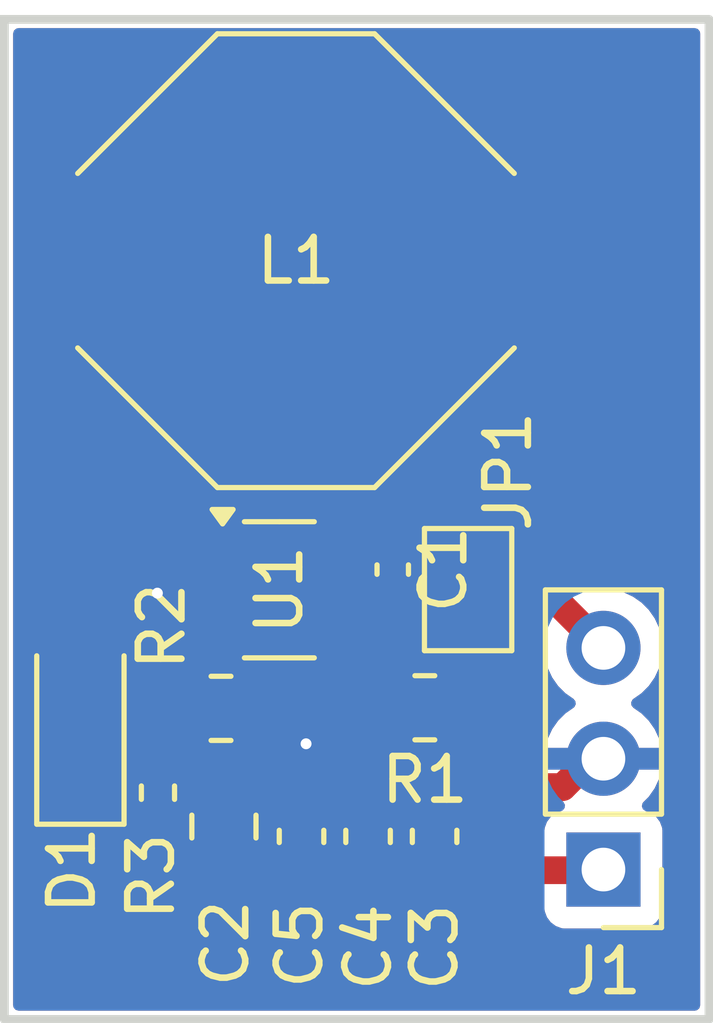
<source format=kicad_pcb>
(kicad_pcb (version 20240108) (generator "pcbnew") (generator_version "8.0")
  (layers (0 "F.Cu" signal) (31 "B.Cu" signal) (34 "B.Paste" user) (35 "F.Paste" user) (36 "B.SilkS" user "B.Silkscreen") (37 "F.SilkS" user "F.Silkscreen") (38 "B.Mask" user) (39 "F.Mask" user) (44 "Edge.Cuts" user))
  (net 0 "")
  (net 1 "+3.3V")
  (net 2 "Net-(U1-FB)")
  (net 3 "+13V")
  (net 4 "Net-(D1-A)")
  (net 5 "GND")
  (net 6 "Net-(U1-EN)")
  (net 7 "Net-(JP1-A)")
  (footprint "Inductor_SMD:L_Bourns-SRU1028_10.0x10.0mm" (layer "F.Cu") (at 89.59 31.75 180)
    (property "Reference" "L1" (at 0 0 0) (layer "F.SilkS"))
    (property "Value" "15uH")
    (fp_line (start 1.8 5.2) (end 5 2) (stroke (width 0.12)) (layer "F.SilkS"))
    (fp_line (start 1.8 5.2) (end -1.8 5.2) (stroke (width 0.12)) (layer "F.SilkS"))
    (fp_line (start 1.8 -5.2) (end 5 -2) (stroke (width 0.12)) (layer "F.SilkS"))
    (fp_line (start -1.8 5.2) (end -5 2) (stroke (width 0.12)) (layer "F.SilkS"))
    (fp_line (start -1.8 -5.2) (end 1.8 -5.2) (stroke (width 0.12)) (layer "F.SilkS"))
    (fp_line (start -1.8 -5.2) (end -5 -2) (stroke (width 0.12)) (layer "F.SilkS"))
    (pad "1" smd rect (at -4.5 0 180) (size 1.8 3.6) (layers "F.Cu" "F.Paste" "F.Mask") (net 1 "+3.3V"))
    (pad "2" smd rect (at 4.5 0 180) (size 1.8 3.6) (layers "F.Cu" "F.Paste" "F.Mask") (net 4 "Net-(D1-A)"))
  )
  (footprint "Jumper:SolderJumper-2_P1.3mm_Open_TrianglePad1.0x1.5mm" (layer "F.Cu") (at 93.532717 39.288898 90)
    (property "Reference" "JP1" (at 2.70996 0.913693 90) (layer "F.SilkS"))
    (property "Value" "EN")
    (fp_line (start 1.4 -1) (end 1.4 1) (stroke (width 0.12)) (layer "F.SilkS"))
    (fp_line (start -1.4 -1) (end 1.4 -1) (stroke (width 0.12)) (layer "F.SilkS"))
    (fp_line (start 1.4 1) (end -1.4 1) (stroke (width 0.12)) (layer "F.SilkS"))
    (fp_line (start -1.4 1) (end -1.4 -1) (stroke (width 0.12)) (layer "F.SilkS"))
    (pad "1" smd custom (at -0.725 0 90) (size 0.3 0.3) (layers "F.Cu" "F.Mask") (net 7 "Net-(JP1-A)") (options (clearance outline) (anchor rect)) (primitives (gr_poly (pts (xy 1 0) (xy 0.5 0.75) (xy -0.5 0.75) (xy -0.5 -0.75) (xy 0.5 -0.75)) (width 0) (fill yes))))
    (pad "2" smd custom (at 0.725 0 90) (size 0.3 0.3) (layers "F.Cu" "F.Mask") (net 1 "+3.3V") (options (clearance outline) (anchor rect)) (primitives (gr_poly (pts (xy 0.5 0.75) (xy -0.65 0.75) (xy -0.15 0) (xy -0.65 -0.75) (xy 0.5 -0.75)) (width 0) (fill yes))))
  )
  (footprint "Capacitor_SMD:C_0603_1608Metric" (layer "F.Cu") (at 92.765 44.945 90)
    (property "Reference" "C3" (at -2.54 0 90) (layer "F.SilkS"))
    (property "Value" "4.7uF")
    (fp_line (start -0.14058 -0.51) (end 0.14058 -0.51) (stroke (width 0.12)) (layer "F.SilkS"))
    (fp_line (start -0.14058 0.51) (end 0.14058 0.51) (stroke (width 0.12)) (layer "F.SilkS"))
    (pad "1" smd roundrect (at -0.775 0 90) (size 0.9 0.95) (layers "F.Cu" "F.Paste" "F.Mask") (net 3 "+13V"))
    (pad "2" smd roundrect (at 0.775 0 90) (size 0.9 0.95) (layers "F.Cu" "F.Paste" "F.Mask") (net 5 "GND"))
  )
  (footprint "Diode_SMD:D_SOD-123F" (layer "F.Cu") (at 84.651729 42.456091 90)
    (property "Reference" "D1" (at -3.263909 -0.196729 90) (layer "F.SilkS"))
    (property "Value" "D_Schottky")
    (fp_line (start -2.21 -1) (end 1.65 -1) (stroke (width 0.12)) (layer "F.SilkS"))
    (fp_line (start -2.21 -1) (end -2.21 1) (stroke (width 0.12)) (layer "F.SilkS"))
    (fp_line (start -2.21 1) (end 1.65 1) (stroke (width 0.12)) (layer "F.SilkS"))
    (pad "1" smd roundrect (at -1.4 0 90) (size 1.1 1.1) (layers "F.Cu" "F.Paste" "F.Mask") (roundrect_rratio 0.2272727273) (net 3 "+13V"))
    (pad "2" smd roundrect (at 1.4 0 90) (size 1.1 1.1) (layers "F.Cu" "F.Paste" "F.Mask") (roundrect_rratio 0.2272727273) (net 4 "Net-(D1-A)"))
  )
  (footprint "Connector_PinHeader_2.54mm:PinHeader_1x03_P2.54mm_Vertical" (layer "F.Cu") (at 96.632496 45.705 180)
    (property "Reference" "J1" (at 0 -2.33 180) (layer "F.SilkS"))
    (property "Value" "Conn_01x03_Pin" (hide yes))
    (fp_line (start 1.33 1.27) (end 1.33 6.41) (stroke (width 0.12)) (layer "F.SilkS"))
    (fp_line (start -1.33 6.41) (end 1.33 6.41) (stroke (width 0.12)) (layer "F.SilkS"))
    (fp_line (start -1.33 1.27) (end 1.33 1.27) (stroke (width 0.12)) (layer "F.SilkS"))
    (fp_line (start -1.33 1.27) (end -1.33 6.41) (stroke (width 0.12)) (layer "F.SilkS"))
    (fp_line (start -1.33 0) (end -1.33 -1.33) (stroke (width 0.12)) (layer "F.SilkS"))
    (fp_line (start -1.33 -1.33) (end 0 -1.33) (stroke (width 0.12)) (layer "F.SilkS"))
    (pad "1" thru_hole rect (at 0 0 180) (size 1.7 1.7) (drill 1) (layers "*.Cu" "*.Mask") (net 3 "+13V"))
    (pad "2" thru_hole oval (at 0 2.54 180) (size 1.7 1.7) (drill 1) (layers "*.Cu" "*.Mask") (net 5 "GND"))
    (pad "3" thru_hole oval (at 0 5.08 180) (size 1.7 1.7) (drill 1) (layers "*.Cu" "*.Mask") (net 1 "+3.3V"))
  )
  (footprint "Resistor_SMD:R_0402_1005Metric" (layer "F.Cu") (at 86.428053 43.942356 -90)
    (property "Reference" "R3" (at 1.921837 0.159214 90) (layer "F.SilkS"))
    (property "Value" "102k")
    (fp_line (start -0.153641 0.38) (end 0.153641 0.38) (stroke (width 0.12)) (layer "F.SilkS"))
    (fp_line (start -0.153641 -0.38) (end 0.153641 -0.38) (stroke (width 0.12)) (layer "F.SilkS"))
    (pad "1" smd roundrect (at -0.51 0 270) (size 0.54 0.64) (layers "F.Cu" "F.Paste" "F.Mask") (net 2 "Net-(U1-FB)"))
    (pad "2" smd roundrect (at 0.51 0 270) (size 0.54 0.64) (layers "F.Cu" "F.Paste" "F.Mask") (net 3 "+13V"))
  )
  (footprint "Package_TO_SOT_SMD:SOT-23-5" (layer "F.Cu") (at 89.208728 39.292778)
    (property "Reference" "U1" (at 0 0 90) (layer "F.SilkS"))
    (property "Value" "LM2735XMF")
    (fp_line (start 0 -1.56) (end -0.8 -1.56) (stroke (width 0.12)) (layer "F.SilkS"))
    (fp_line (start 0 -1.56) (end 0.8 -1.56) (stroke (width 0.12)) (layer "F.SilkS"))
    (fp_line (start 0 1.56) (end -0.8 1.56) (stroke (width 0.12)) (layer "F.SilkS"))
    (fp_line (start 0 1.56) (end 0.8 1.56) (stroke (width 0.12)) (layer "F.SilkS"))
    (fp_poly (pts (xy -1.3 -1.51) (xy -1.54 -1.84) (xy -1.06 -1.84) (xy -1.3 -1.51)) (stroke (width 0.12)) (fill solid) (layer "F.SilkS"))
    (pad "1" smd roundrect (at -1.1375 -0.95) (size 1.325 0.6) (layers "F.Cu" "F.Paste" "F.Mask") (net 4 "Net-(D1-A)"))
    (pad "2" smd roundrect (at -1.1375 0) (size 1.325 0.6) (layers "F.Cu" "F.Paste" "F.Mask") (net 5 "GND"))
    (pad "3" smd roundrect (at -1.1375 0.95) (size 1.325 0.6) (layers "F.Cu" "F.Paste" "F.Mask") (net 2 "Net-(U1-FB)"))
    (pad "4" smd roundrect (at 1.1375 0.95) (size 1.325 0.6) (layers "F.Cu" "F.Paste" "F.Mask") (net 6 "Net-(U1-EN)"))
    (pad "5" smd roundrect (at 1.1375 -0.95) (size 1.325 0.6) (layers "F.Cu" "F.Paste" "F.Mask") (net 1 "+3.3V"))
  )
  (footprint "Capacitor_SMD:C_0603_1608Metric" (layer "F.Cu") (at 89.717 44.945 90)
    (property "Reference" "C5" (at -2.493 -0.048 90) (layer "F.SilkS"))
    (property "Value" "4.7uF")
    (fp_line (start -0.14058 -0.51) (end 0.14058 -0.51) (stroke (width 0.12)) (layer "F.SilkS"))
    (fp_line (start -0.14058 0.51) (end 0.14058 0.51) (stroke (width 0.12)) (layer "F.SilkS"))
    (pad "1" smd roundrect (at -0.775 0 90) (size 0.9 0.95) (layers "F.Cu" "F.Paste" "F.Mask") (net 3 "+13V"))
    (pad "2" smd roundrect (at 0.775 0 90) (size 0.9 0.95) (layers "F.Cu" "F.Paste" "F.Mask") (net 5 "GND"))
  )
  (footprint "Capacitor_SMD:C_0402_1005Metric" (layer "F.Cu") (at 91.806359 38.829919 -90)
    (property "Reference" "C1" (at 0 -1.16 90) (layer "F.SilkS"))
    (property "Value" "10uF")
    (fp_line (start -0.107836 0.36) (end 0.107836 0.36) (stroke (width 0.12)) (layer "F.SilkS"))
    (fp_line (start -0.107836 -0.36) (end 0.107836 -0.36) (stroke (width 0.12)) (layer "F.SilkS"))
    (pad "1" smd roundrect (at -0.48 0 270) (size 0.56 0.62) (layers "F.Cu" "F.Paste" "F.Mask") (net 1 "+3.3V"))
    (pad "2" smd roundrect (at 0.48 0 270) (size 0.56 0.62) (layers "F.Cu" "F.Paste" "F.Mask") (net 5 "GND"))
  )
  (footprint "Resistor_SMD:R_0805_2012Metric" (layer "F.Cu") (at 87.872455 42.010304)
    (property "Reference" "R2" (at -1.361512 -1.876696 90) (layer "F.SilkS"))
    (property "Value" "10k")
    (fp_line (start -0.227064 -0.735) (end 0.227064 -0.735) (stroke (width 0.12)) (layer "F.SilkS"))
    (fp_line (start -0.227064 0.735) (end 0.227064 0.735) (stroke (width 0.12)) (layer "F.SilkS"))
    (pad "1" smd roundrect (at -0.9125 0) (size 1.025 1.4) (layers "F.Cu" "F.Paste" "F.Mask") (roundrect_rratio 0.243902) (net 2 "Net-(U1-FB)"))
    (pad "2" smd roundrect (at 0.9125 0) (size 1.025 1.4) (layers "F.Cu" "F.Paste" "F.Mask") (roundrect_rratio 0.243902) (net 5 "GND"))
  )
  (footprint "Capacitor_SMD:C_0805_2012Metric" (layer "F.Cu") (at 87.939303 44.71941 -90)
    (property "Reference" "C2" (at 2.677307 -0.03255 90) (layer "F.SilkS"))
    (property "Value" "470pF")
    (fp_line (start -0.261252 0.735) (end 0.261252 0.735) (stroke (width 0.12)) (layer "F.SilkS"))
    (fp_line (start -0.261252 -0.735) (end 0.261252 -0.735) (stroke (width 0.12)) (layer "F.SilkS"))
    (pad "1" smd roundrect (at -0.95 0 270) (size 1 1.45) (layers "F.Cu" "F.Paste" "F.Mask") (net 2 "Net-(U1-FB)"))
    (pad "2" smd roundrect (at 0.95 0 270) (size 1 1.45) (layers "F.Cu" "F.Paste" "F.Mask") (net 3 "+13V"))
  )
  (footprint "Resistor_SMD:R_0805_2012Metric" (layer "F.Cu") (at 92.541457 41.996849 180)
    (property "Reference" "R1" (at 0 -1.65 360) (layer "F.SilkS"))
    (property "Value" "10k")
    (fp_line (start -0.227064 0.735) (end 0.227064 0.735) (stroke (width 0.12)) (layer "F.SilkS"))
    (fp_line (start -0.227064 -0.735) (end 0.227064 -0.735) (stroke (width 0.12)) (layer "F.SilkS"))
    (pad "1" smd roundrect (at -0.9125 0 180) (size 1.025 1.4) (layers "F.Cu" "F.Paste" "F.Mask") (roundrect_rratio 0.243902) (net 7 "Net-(JP1-A)"))
    (pad "2" smd roundrect (at 0.9125 0 180) (size 1.025 1.4) (layers "F.Cu" "F.Paste" "F.Mask") (roundrect_rratio 0.243902) (net 6 "Net-(U1-EN)"))
  )
  (footprint "Capacitor_SMD:C_0603_1608Metric" (layer "F.Cu") (at 91.241 44.945 90)
    (property "Reference" "C4" (at -2.54 0 90) (layer "F.SilkS"))
    (property "Value" "4.7uF")
    (fp_line (start -0.14058 -0.51) (end 0.14058 -0.51) (stroke (width 0.12)) (layer "F.SilkS"))
    (fp_line (start -0.14058 0.51) (end 0.14058 0.51) (stroke (width 0.12)) (layer "F.SilkS"))
    (pad "1" smd roundrect (at -0.775 0 90) (size 0.9 0.95) (layers "F.Cu" "F.Paste" "F.Mask") (net 3 "+13V"))
    (pad "2" smd roundrect (at 0.775 0 90) (size 0.9 0.95) (layers "F.Cu" "F.Paste" "F.Mask") (net 5 "GND"))
  )
  (gr_rect (start 82.91 26.219558) (end 99.05 49.14) (stroke (width 0.2)) (fill none) (layer "Edge.Cuts"))
  (segment (start 96.632496 40.625) (end 94.09 38.082504) (width 0.635) (layer "F.Cu") (net 1))
  (segment (start 92.768428 38.342778) (end 92.904751 38.479101) (width 0.635) (layer "F.Cu") (net 1))
  (segment (start 94.09 38.082504) (end 94.09 31.75) (width 0.635) (layer "F.Cu") (net 1))
  (segment (start 90.346228 38.342778) (end 92.768428 38.342778) (width 0.635) (layer "F.Cu") (net 1))
  (segment (start 86.428053 43.432356) (end 86.428053 42.542206) (width 0.635) (layer "F.Cu") (net 2))
  (segment (start 86.959955 41.354051) (end 88.071228 40.242778) (width 0.635) (layer "F.Cu") (net 2))
  (segment (start 86.428053 42.542206) (end 86.959955 42.010304) (width 0.635) (layer "F.Cu") (net 2))
  (segment (start 87.939303 43.76941) (end 87.602249 43.432356) (width 0.635) (layer "F.Cu") (net 2))
  (segment (start 87.602249 43.432356) (end 86.428053 43.432356) (width 0.635) (layer "F.Cu") (net 2))
  (segment (start 86.959955 42.010304) (end 86.959955 41.354051) (width 0.635) (layer "F.Cu") (net 2))
  (segment (start 86.415 43.419303) (end 86.428053 43.432356) (width 0.635) (layer "F.Cu") (net 2))
  (segment (start 86.415 42.555259) (end 86.415 43.419303) (width 0.635) (layer "F.Cu") (net 2))
  (segment (start 86.959955 42.010304) (end 86.415 42.555259) (width 0.635) (layer "F.Cu") (net 2))
  (segment (start 89.717 45.72) (end 87.989893 45.72) (width 0.635) (layer "F.Cu") (net 3))
  (segment (start 92.765 45.72) (end 91.241 45.72) (width 0.635) (layer "F.Cu") (net 3))
  (segment (start 85.247994 44.452356) (end 84.651729 43.856091) (width 0.635) (layer "F.Cu") (net 3))
  (segment (start 96.632496 45.421355) (end 96.632496 45.705) (width 0.635) (layer "F.Cu") (net 3))
  (segment (start 87.989893 45.72) (end 87.939303 45.66941) (width 0.635) (layer "F.Cu") (net 3))
  (segment (start 87.939303 45.66941) (end 87.645107 45.66941) (width 0.635) (layer "F.Cu") (net 3))
  (segment (start 96.617496 45.72) (end 92.765 45.72) (width 0.635) (layer "F.Cu") (net 3))
  (segment (start 91.241 45.72) (end 89.717 45.72) (width 0.635) (layer "F.Cu") (net 3))
  (segment (start 87.645107 45.66941) (end 86.428053 44.452356) (width 0.635) (layer "F.Cu") (net 3))
  (segment (start 86.428053 44.452356) (end 85.247994 44.452356) (width 0.635) (layer "F.Cu") (net 3))
  (segment (start 96.632496 45.705) (end 96.617496 45.72) (width 0.635) (layer "F.Cu") (net 3))
  (segment (start 86.415 38.342778) (end 85.537222 38.342778) (width 0.635) (layer "F.Cu") (net 4))
  (segment (start 84.651729 39.228271) (end 84.651729 41.056091) (width 0.635) (layer "F.Cu") (net 4))
  (segment (start 85.09 37.017778) (end 86.415 38.342778) (width 0.635) (layer "F.Cu") (net 4))
  (segment (start 85.537222 38.342778) (end 84.651729 39.228271) (width 0.635) (layer "F.Cu") (net 4))
  (segment (start 85.09 31.75) (end 85.09 37.017778) (width 0.635) (layer "F.Cu") (net 4))
  (segment (start 88.071228 38.342778) (end 86.415 38.342778) (width 0.635) (layer "F.Cu") (net 4))
  (segment (start 88.088369 39.309919) (end 88.071228 39.292778) (width 0.635) (layer "F.Cu") (net 5))
  (segment (start 96.632496 42.881355) (end 95.698851 43.815) (width 0.635) (layer "F.Cu") (net 5))
  (segment (start 88.071228 39.292778) (end 86.492222 39.292778) (width 0.635) (layer "F.Cu") (net 5))
  (segment (start 86.492222 39.292778) (end 86.415 39.37) (width 0.635) (layer "F.Cu") (net 5))
  (segment (start 89.820749 42.822335) (end 89.820749 43.046098) (width 0.635) (layer "F.Cu") (net 5))
  (segment (start 89.820749 43.046098) (end 89.717 42.942349) (width 0.635) (layer "F.Cu") (net 5))
  (segment (start 89.596986 42.822335) (end 89.820749 42.822335) (width 0.635) (layer "F.Cu") (net 5))
  (segment (start 89.717 42.942349) (end 89.717 44.17) (width 0.635) (layer "F.Cu") (net 5))
  (segment (start 92.765 44.17) (end 91.241 44.17) (width 0.635) (layer "F.Cu") (net 5))
  (segment (start 91.241 44.17) (end 89.717 44.17) (width 0.635) (layer "F.Cu") (net 5))
  (segment (start 88.784955 42.010304) (end 89.596986 42.822335) (width 0.635) (layer "F.Cu") (net 5))
  (segment (start 91.806359 39.309919) (end 88.088369 39.309919) (width 0.635) (layer "F.Cu") (net 5))
  (segment (start 93.12 43.815) (end 92.765 44.17) (width 0.635) (layer "F.Cu") (net 5))
  (segment (start 95.698851 43.815) (end 93.12 43.815) (width 0.635) (layer "F.Cu") (net 5))
  (via (at 89.820749 42.822335) (size 0.55) (drill 0.25) (layers "F.Cu" "B.Cu") (net 5))
  (via (at 86.415 39.37) (size 0.55) (drill 0.25) (layers "F.Cu" "B.Cu") (net 5))
  (segment (start 90.346228 40.242778) (end 90.346228 40.71412) (width 0.635) (layer "F.Cu") (net 6))
  (segment (start 90.346228 40.71412) (end 91.628957 41.996849) (width 0.635) (layer "F.Cu") (net 6))
  (segment (start 93.453957 41.996849) (end 93.453957 40.54121) (width 0.635) (layer "F.Cu") (net 7))
  (segment (start 93.453957 40.54121) (end 92.904751 39.992004) (width 0.635) (layer "F.Cu") (net 7))
  (zone (net 5) (net_name "GND") (layers "F&B.Cu") (connect_pads (clearance 0.5)) (min_thickness 0.25) (fill yes (thermal_gap 0.5) (thermal_bridge_width 0.5))
    (polygon (pts (xy 99.09 49.07) (xy 99.09 25.77589) (xy 82.93 25.77589) (xy 82.93 25.77589) (xy 82.93 49.05) (xy 82.95 49.07)))
  )
)
</source>
